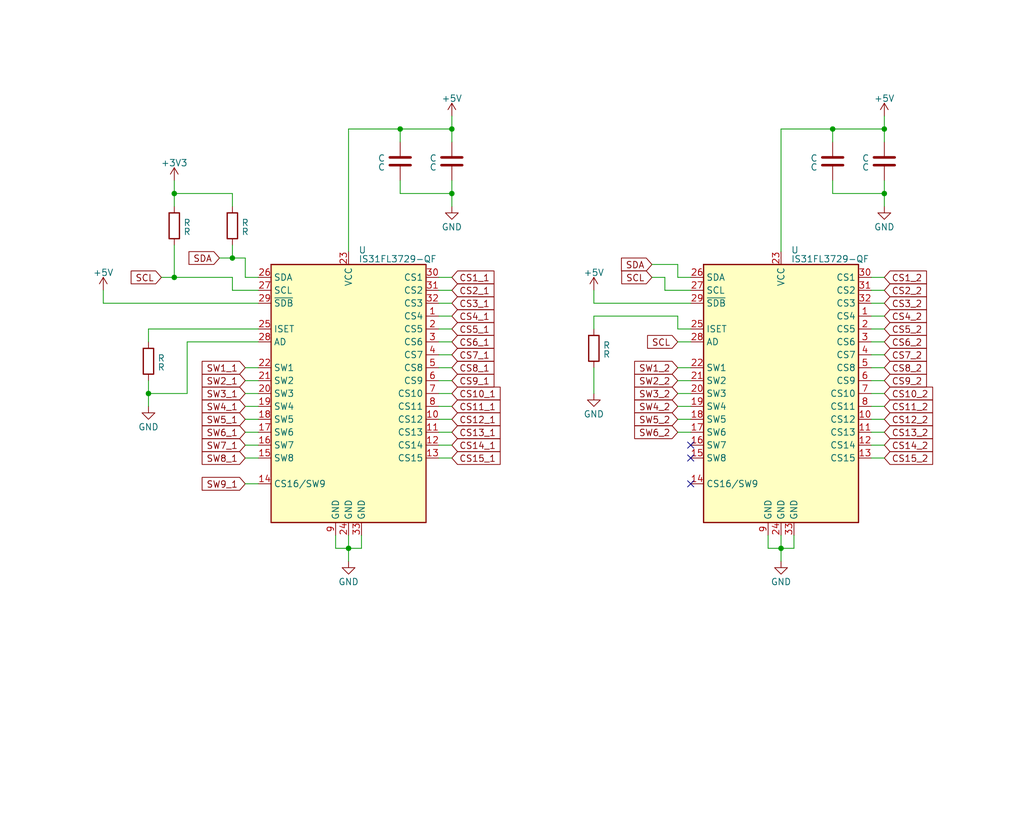
<source format=kicad_sch>
(kicad_sch (version 20220404) (generator eeschema)
  (paper "User" 201.498 164.998)
  (title_block (title "Nyx (RGB LED Drivers)") (date "2023-08-05") (rev "2") (comment 1 "Copyright © 2023 HorrorTroll") (comment 2 "GPL2 License"))
  (lib_symbols
    (symbol "Device:C" (pin_numbers hide) (pin_names (offset 0.254))
      (property "Reference" "C" (at 0.635 2.54 0))
      (property "Value" "C" (at 0.635 -2.54 0))
      (symbol "C_0_1"
        (polyline (pts (xy -2.032 -0.762) (xy 2.032 -0.762)) (stroke (width 0.508)))
        (polyline (pts (xy -2.032 0.762) (xy 2.032 0.762)) (stroke (width 0.508)))
      )
      (symbol "C_1_1"
        (pin passive line (at 0 3.81 270) (length 2.794) (name "~") (number "1"))
        (pin passive line (at 0 -3.81 90) (length 2.794) (name "~") (number "2"))
      )
    )
    (symbol "Device:R" (pin_numbers hide) (pin_names (offset 0))
      (property "Reference" "R" (at 2.032 0 90))
      (property "Value" "R" (at 0 0 90))
      (symbol "R_0_1"
        (rectangle (start -1.016 -2.54) (end 1.016 2.54) (stroke (width 0.254)))
      )
      (symbol "R_1_1"
        (pin passive line (at 0 3.81 270) (length 1.27) (name "~") (number "1"))
        (pin passive line (at 0 -3.81 90) (length 1.27) (name "~") (number "2"))
      )
    )
    (symbol "IS31FL3729-QF_1"
      (property "Reference" "U" (at 10.16 30.48 0))
      (property "Value" "IS31FL3729-QF_1" (at 10.16 27.94 0))
      (symbol "IS31FL3729-QF_1_0_1"
        (rectangle (start -15.24 25.4) (end 15.24 -25.4) (stroke (width 0.254)) (fill (type background)))
      )
      (symbol "IS31FL3729-QF_1_1_1"
        (pin output line (at 17.78 15.24 180) (length 2.54) (name "CS4") (number "1"))
        (pin output line (at 17.78 -5.08 180) (length 2.54) (name "CS12") (number "10"))
        (pin output line (at 17.78 -7.62 180) (length 2.54) (name "CS13") (number "11"))
        (pin output line (at 17.78 -10.16 180) (length 2.54) (name "CS14") (number "12"))
        (pin output line (at 17.78 -12.7 180) (length 2.54) (name "CS15") (number "13"))
        (pin output line (at -17.78 -17.78 0) (length 2.54) (name "CS16/SW9") (number "14"))
        (pin input line (at -17.78 -12.7 0) (length 2.54) (name "SW8") (number "15"))
        (pin input line (at -17.78 -10.16 0) (length 2.54) (name "SW7") (number "16"))
        (pin input line (at -17.78 -7.62 0) (length 2.54) (name "SW6") (number "17"))
        (pin input line (at -17.78 -5.08 0) (length 2.54) (name "SW5") (number "18"))
        (pin input line (at -17.78 -2.54 0) (length 2.54) (name "SW4") (number "19"))
        (pin output line (at 17.78 12.7 180) (length 2.54) (name "CS5") (number "2"))
        (pin input line (at -17.78 0 0) (length 2.54) (name "SW3") (number "20"))
        (pin input line (at -17.78 2.54 0) (length 2.54) (name "SW2") (number "21"))
        (pin input line (at -17.78 5.08 0) (length 2.54) (name "SW1") (number "22"))
        (pin power_in line (at 0 27.94 270) (length 2.54) (name "VCC") (number "23"))
        (pin power_in line (at 0 -27.94 90) (length 2.54) (name "GND") (number "24"))
        (pin passive line (at -17.78 12.7 0) (length 2.54) (name "ISET") (number "25"))
        (pin bidirectional line (at -17.78 22.86 0) (length 2.54) (name "SDA") (number "26"))
        (pin input line (at -17.78 20.32 0) (length 2.54) (name "SCL") (number "27"))
        (pin input line (at -17.78 10.16 0) (length 2.54) (name "AD") (number "28"))
        (pin input line (at -17.78 17.78 0) (length 2.54) (name "~{SDB}") (number "29"))
        (pin output line (at 17.78 10.16 180) (length 2.54) (name "CS6") (number "3"))
        (pin output line (at 17.78 22.86 180) (length 2.54) (name "CS1") (number "30"))
        (pin output line (at 17.78 20.32 180) (length 2.54) (name "CS2") (number "31"))
        (pin output line (at 17.78 17.78 180) (length 2.54) (name "CS3") (number "32"))
        (pin power_in line (at 2.54 -27.94 90) (length 2.54) (name "GND") (number "33"))
        (pin output line (at 17.78 7.62 180) (length 2.54) (name "CS7") (number "4"))
        (pin output line (at 17.78 5.08 180) (length 2.54) (name "CS8") (number "5"))
        (pin output line (at 17.78 2.54 180) (length 2.54) (name "CS9") (number "6"))
        (pin output line (at 17.78 0 180) (length 2.54) (name "CS10") (number "7"))
        (pin output line (at 17.78 -2.54 180) (length 2.54) (name "CS11") (number "8"))
        (pin power_in line (at -2.54 -27.94 90) (length 2.54) (name "GND") (number "9"))
      )
    )
    (symbol "horrortroll_lib:IS31FL3729-QF"
      (property "Reference" "U" (at 10.16 30.48 0))
      (property "Value" "IS31FL3729-QF" (at 10.16 27.94 0))
      (symbol "IS31FL3729-QF_0_1"
        (rectangle (start -15.24 25.4) (end 15.24 -25.4) (stroke (width 0.254)) (fill (type background)))
      )
      (symbol "IS31FL3729-QF_1_1"
        (pin output line (at 17.78 15.24 180) (length 2.54) (name "CS4") (number "1"))
        (pin output line (at 17.78 -5.08 180) (length 2.54) (name "CS12") (number "10"))
        (pin output line (at 17.78 -7.62 180) (length 2.54) (name "CS13") (number "11"))
        (pin output line (at 17.78 -10.16 180) (length 2.54) (name "CS14") (number "12"))
        (pin output line (at 17.78 -12.7 180) (length 2.54) (name "CS15") (number "13"))
        (pin output line (at -17.78 -17.78 0) (length 2.54) (name "CS16/SW9") (number "14"))
        (pin input line (at -17.78 -12.7 0) (length 2.54) (name "SW8") (number "15"))
        (pin input line (at -17.78 -10.16 0) (length 2.54) (name "SW7") (number "16"))
        (pin input line (at -17.78 -7.62 0) (length 2.54) (name "SW6") (number "17"))
        (pin input line (at -17.78 -5.08 0) (length 2.54) (name "SW5") (number "18"))
        (pin input line (at -17.78 -2.54 0) (length 2.54) (name "SW4") (number "19"))
        (pin output line (at 17.78 12.7 180) (length 2.54) (name "CS5") (number "2"))
        (pin input line (at -17.78 0 0) (length 2.54) (name "SW3") (number "20"))
        (pin input line (at -17.78 2.54 0) (length 2.54) (name "SW2") (number "21"))
        (pin input line (at -17.78 5.08 0) (length 2.54) (name "SW1") (number "22"))
        (pin power_in line (at 0 27.94 270) (length 2.54) (name "VCC") (number "23"))
        (pin power_in line (at 0 -27.94 90) (length 2.54) (name "GND") (number "24"))
        (pin passive line (at -17.78 12.7 0) (length 2.54) (name "ISET") (number "25"))
        (pin bidirectional line (at -17.78 22.86 0) (length 2.54) (name "SDA") (number "26"))
        (pin input line (at -17.78 20.32 0) (length 2.54) (name "SCL") (number "27"))
        (pin input line (at -17.78 10.16 0) (length 2.54) (name "AD") (number "28"))
        (pin input line (at -17.78 17.78 0) (length 2.54) (name "~{SDB}") (number "29"))
        (pin output line (at 17.78 10.16 180) (length 2.54) (name "CS6") (number "3"))
        (pin output line (at 17.78 22.86 180) (length 2.54) (name "CS1") (number "30"))
        (pin output line (at 17.78 20.32 180) (length 2.54) (name "CS2") (number "31"))
        (pin output line (at 17.78 17.78 180) (length 2.54) (name "CS3") (number "32"))
        (pin power_in line (at 2.54 -27.94 90) (length 2.54) (name "GND") (number "33"))
        (pin output line (at 17.78 7.62 180) (length 2.54) (name "CS7") (number "4"))
        (pin output line (at 17.78 5.08 180) (length 2.54) (name "CS8") (number "5"))
        (pin output line (at 17.78 2.54 180) (length 2.54) (name "CS9") (number "6"))
        (pin output line (at 17.78 0 180) (length 2.54) (name "CS10") (number "7"))
        (pin output line (at 17.78 -2.54 180) (length 2.54) (name "CS11") (number "8"))
        (pin power_in line (at -2.54 -27.94 90) (length 2.54) (name "GND") (number "9"))
      )
    )
    (symbol "power:+3V3" (power) (pin_names (offset 0))
      (property "Value" "+3V3" (at 0 3.556 0))
      (symbol "+3V3_0_1"
        (polyline (pts (xy -0.762 1.27) (xy 0 2.54)))
        (polyline (pts (xy 0 0) (xy 0 2.54)))
        (polyline (pts (xy 0 2.54) (xy 0.762 1.27)))
      )
      (symbol "+3V3_1_1"
        (pin power_in line (at 0 0 90) (length 0) hide (name "+3V3") (number "1"))
      )
    )
    (symbol "power:+5V" (power) (pin_names (offset 0))
      (property "Value" "+5V" (at 0 3.556 0))
      (symbol "+5V_0_1"
        (polyline (pts (xy -0.762 1.27) (xy 0 2.54)))
        (polyline (pts (xy 0 0) (xy 0 2.54)))
        (polyline (pts (xy 0 2.54) (xy 0.762 1.27)))
      )
      (symbol "+5V_1_1"
        (pin power_in line (at 0 0 90) (length 0) hide (name "+5V") (number "1"))
      )
    )
    (symbol "power:GND" (power) (pin_names (offset 0))
      (property "Value" "GND" (at 0 -3.81 0))
      (symbol "GND_0_1"
        (polyline (pts (xy 0 0) (xy 0 -1.27) (xy 1.27 -1.27) (xy 0 -2.54) (xy -1.27 -1.27) (xy 0 -1.27)))
      )
      (symbol "GND_1_1"
        (pin power_in line (at 0 0 270) (length 0) hide (name "GND") (number "1"))
      )
    )
  )
  (junction (at 88.9 38.1))
  (junction (at 78.74 25.4))
  (junction (at 34.29 54.61))
  (junction (at 173.99 38.1))
  (junction (at 29.21 77.47))
  (junction (at 88.9 25.4))
  (junction (at 153.67 107.95))
  (junction (at 45.72 50.8))
  (junction (at 68.58 107.95))
  (junction (at 173.99 25.4))
  (junction (at 163.83 25.4))
  (junction (at 34.29 38.1))
  (no_connect (at 135.89 87.63))
  (no_connect (at 135.89 95.25))
  (no_connect (at 135.89 90.17))
  (wire (pts (xy 31.75 54.61) (xy 34.29 54.61)))
  (wire (pts (xy 133.35 62.23) (xy 116.84 62.23)))
  (wire (pts (xy 86.36 57.15) (xy 88.9 57.15)))
  (wire (pts (xy 29.21 64.77) (xy 29.21 67.31)))
  (wire (pts (xy 86.36 59.69) (xy 88.9 59.69)))
  (wire (pts (xy 133.35 64.77) (xy 133.35 62.23)))
  (wire (pts (xy 50.8 80.01) (xy 48.26 80.01)))
  (wire (pts (xy 156.21 107.95) (xy 156.21 105.41)))
  (wire (pts (xy 171.45 87.63) (xy 173.99 87.63)))
  (wire (pts (xy 86.36 90.17) (xy 88.9 90.17)))
  (wire (pts (xy 163.83 25.4) (xy 173.99 25.4)))
  (wire (pts (xy 48.26 50.8) (xy 48.26 54.61)))
  (wire (pts (xy 78.74 25.4) (xy 78.74 27.94)))
  (wire (pts (xy 86.36 85.09) (xy 88.9 85.09)))
  (wire (pts (xy 163.83 25.4) (xy 163.83 27.94)))
  (wire (pts (xy 135.89 72.39) (xy 133.35 72.39)))
  (wire (pts (xy 116.84 62.23) (xy 116.84 64.77)))
  (wire (pts (xy 86.36 62.23) (xy 88.9 62.23)))
  (wire (pts (xy 45.72 48.26) (xy 45.72 50.8)))
  (wire (pts (xy 171.45 85.09) (xy 173.99 85.09)))
  (wire (pts (xy 171.45 82.55) (xy 173.99 82.55)))
  (wire (pts (xy 86.36 54.61) (xy 88.9 54.61)))
  (wire (pts (xy 29.21 74.93) (xy 29.21 77.47)))
  (wire (pts (xy 171.45 67.31) (xy 173.99 67.31)))
  (wire (pts (xy 153.67 25.4) (xy 153.67 49.53)))
  (wire (pts (xy 153.67 110.49) (xy 153.67 107.95)))
  (wire (pts (xy 116.84 57.15) (xy 116.84 59.69)))
  (wire (pts (xy 29.21 77.47) (xy 36.83 77.47)))
  (wire (pts (xy 171.45 90.17) (xy 173.99 90.17)))
  (wire (pts (xy 29.21 80.01) (xy 29.21 77.47)))
  (wire (pts (xy 34.29 38.1) (xy 34.29 40.64)))
  (wire (pts (xy 88.9 25.4) (xy 88.9 27.94)))
  (wire (pts (xy 86.36 74.93) (xy 88.9 74.93)))
  (wire (pts (xy 163.83 25.4) (xy 153.67 25.4)))
  (wire (pts (xy 50.8 90.17) (xy 48.26 90.17)))
  (wire (pts (xy 135.89 85.09) (xy 133.35 85.09)))
  (wire (pts (xy 171.45 64.77) (xy 173.99 64.77)))
  (wire (pts (xy 43.18 50.8) (xy 45.72 50.8)))
  (wire (pts (xy 153.67 107.95) (xy 156.21 107.95)))
  (wire (pts (xy 66.04 107.95) (xy 68.58 107.95)))
  (wire (pts (xy 153.67 105.41) (xy 153.67 107.95)))
  (wire (pts (xy 34.29 38.1) (xy 45.72 38.1)))
  (wire (pts (xy 45.72 54.61) (xy 45.72 57.15)))
  (wire (pts (xy 171.45 62.23) (xy 173.99 62.23)))
  (wire (pts (xy 171.45 54.61) (xy 173.99 54.61)))
  (wire (pts (xy 151.13 105.41) (xy 151.13 107.95)))
  (wire (pts (xy 133.35 64.77) (xy 135.89 64.77)))
  (wire (pts (xy 86.36 80.01) (xy 88.9 80.01)))
  (wire (pts (xy 151.13 107.95) (xy 153.67 107.95)))
  (wire (pts (xy 50.8 87.63) (xy 48.26 87.63)))
  (wire (pts (xy 133.35 67.31) (xy 135.89 67.31)))
  (wire (pts (xy 34.29 54.61) (xy 45.72 54.61)))
  (wire (pts (xy 86.36 67.31) (xy 88.9 67.31)))
  (wire (pts (xy 45.72 50.8) (xy 48.26 50.8)))
  (wire (pts (xy 163.83 38.1) (xy 173.99 38.1)))
  (wire (pts (xy 88.9 22.86) (xy 88.9 25.4)))
  (wire (pts (xy 171.45 74.93) (xy 173.99 74.93)))
  (wire (pts (xy 68.58 105.41) (xy 68.58 107.95)))
  (wire (pts (xy 20.32 57.15) (xy 20.32 59.69)))
  (wire (pts (xy 135.89 74.93) (xy 133.35 74.93)))
  (wire (pts (xy 135.89 80.01) (xy 133.35 80.01)))
  (wire (pts (xy 50.8 85.09) (xy 48.26 85.09)))
  (wire (pts (xy 50.8 67.31) (xy 36.83 67.31)))
  (wire (pts (xy 173.99 22.86) (xy 173.99 25.4)))
  (wire (pts (xy 173.99 38.1) (xy 173.99 35.56)))
  (wire (pts (xy 171.45 59.69) (xy 173.99 59.69)))
  (wire (pts (xy 171.45 69.85) (xy 173.99 69.85)))
  (wire (pts (xy 78.74 35.56) (xy 78.74 38.1)))
  (wire (pts (xy 135.89 82.55) (xy 133.35 82.55)))
  (wire (pts (xy 88.9 38.1) (xy 88.9 40.64)))
  (wire (pts (xy 173.99 38.1) (xy 173.99 40.64)))
  (wire (pts (xy 34.29 48.26) (xy 34.29 54.61)))
  (wire (pts (xy 86.36 69.85) (xy 88.9 69.85)))
  (wire (pts (xy 128.27 54.61) (xy 130.81 54.61)))
  (wire (pts (xy 45.72 38.1) (xy 45.72 40.64)))
  (wire (pts (xy 116.84 59.69) (xy 135.89 59.69)))
  (wire (pts (xy 68.58 25.4) (xy 68.58 49.53)))
  (wire (pts (xy 171.45 57.15) (xy 173.99 57.15)))
  (wire (pts (xy 128.27 52.07) (xy 133.35 52.07)))
  (wire (pts (xy 133.35 54.61) (xy 135.89 54.61)))
  (wire (pts (xy 36.83 67.31) (xy 36.83 77.47)))
  (wire (pts (xy 171.45 72.39) (xy 173.99 72.39)))
  (wire (pts (xy 171.45 77.47) (xy 173.99 77.47)))
  (wire (pts (xy 50.8 72.39) (xy 48.26 72.39)))
  (wire (pts (xy 86.36 82.55) (xy 88.9 82.55)))
  (wire (pts (xy 34.29 35.56) (xy 34.29 38.1)))
  (wire (pts (xy 135.89 77.47) (xy 133.35 77.47)))
  (wire (pts (xy 50.8 82.55) (xy 48.26 82.55)))
  (wire (pts (xy 130.81 57.15) (xy 135.89 57.15)))
  (wire (pts (xy 86.36 87.63) (xy 88.9 87.63)))
  (wire (pts (xy 66.04 105.41) (xy 66.04 107.95)))
  (wire (pts (xy 68.58 110.49) (xy 68.58 107.95)))
  (wire (pts (xy 48.26 54.61) (xy 50.8 54.61)))
  (wire (pts (xy 78.74 25.4) (xy 68.58 25.4)))
  (wire (pts (xy 20.32 59.69) (xy 50.8 59.69)))
  (wire (pts (xy 86.36 72.39) (xy 88.9 72.39)))
  (wire (pts (xy 171.45 80.01) (xy 173.99 80.01)))
  (wire (pts (xy 45.72 57.15) (xy 50.8 57.15)))
  (wire (pts (xy 163.83 35.56) (xy 163.83 38.1)))
  (wire (pts (xy 130.81 54.61) (xy 130.81 57.15)))
  (wire (pts (xy 78.74 25.4) (xy 88.9 25.4)))
  (wire (pts (xy 86.36 77.47) (xy 88.9 77.47)))
  (wire (pts (xy 50.8 74.93) (xy 48.26 74.93)))
  (wire (pts (xy 50.8 77.47) (xy 48.26 77.47)))
  (wire (pts (xy 173.99 25.4) (xy 173.99 27.94)))
  (wire (pts (xy 78.74 38.1) (xy 88.9 38.1)))
  (wire (pts (xy 116.84 72.39) (xy 116.84 77.47)))
  (wire (pts (xy 86.36 64.77) (xy 88.9 64.77)))
  (wire (pts (xy 71.12 107.95) (xy 71.12 105.41)))
  (wire (pts (xy 68.58 107.95) (xy 71.12 107.95)))
  (wire (pts (xy 50.8 64.77) (xy 29.21 64.77)))
  (wire (pts (xy 50.8 95.25) (xy 48.26 95.25)))
  (wire (pts (xy 88.9 38.1) (xy 88.9 35.56)))
  (wire (pts (xy 133.35 52.07) (xy 133.35 54.61)))
  (global_label "SW2_2" (shape input) (at 133.35 74.93 180) (property "Intersheetrefs" "${INTERSHEET_REFS}" (effects hide)))
  (global_label "SW5_2" (shape input) (at 133.35 82.55 180) (property "Intersheetrefs" "${INTERSHEET_REFS}" (effects hide)))
  (global_label "SW1_1" (shape input) (at 48.26 72.39 180) (property "Intersheetrefs" "${INTERSHEET_REFS}" (effects hide)))
  (global_label "SDA" (shape input) (at 128.27 52.07 180) (property "Intersheetrefs" "${INTERSHEET_REFS}" (effects hide)))
  (global_label "CS8_1" (shape input) (at 88.9 72.39 0) (property "Intersheetrefs" "${INTERSHEET_REFS}" (effects hide)))
  (global_label "CS4_1" (shape input) (at 88.9 62.23 0) (property "Intersheetrefs" "${INTERSHEET_REFS}" (effects hide)))
  (global_label "CS2_1" (shape input) (at 88.9 57.15 0) (property "Intersheetrefs" "${INTERSHEET_REFS}" (effects hide)))
  (global_label "SW6_2" (shape input) (at 133.35 85.09 180) (property "Intersheetrefs" "${INTERSHEET_REFS}" (effects hide)))
  (global_label "CS11_2" (shape input) (at 173.99 80.01 0) (property "Intersheetrefs" "${INTERSHEET_REFS}" (effects hide)))
  (global_label "CS10_1" (shape input) (at 88.9 77.47 0) (property "Intersheetrefs" "${INTERSHEET_REFS}" (effects hide)))
  (global_label "CS1_1" (shape input) (at 88.9 54.61 0) (property "Intersheetrefs" "${INTERSHEET_REFS}" (effects hide)))
  (global_label "CS3_2" (shape input) (at 173.99 59.69 0) (property "Intersheetrefs" "${INTERSHEET_REFS}" (effects hide)))
  (global_label "CS12_1" (shape input) (at 88.9 82.55 0) (property "Intersheetrefs" "${INTERSHEET_REFS}" (effects hide)))
  (global_label "CS4_2" (shape input) (at 173.99 62.23 0) (property "Intersheetrefs" "${INTERSHEET_REFS}" (effects hide)))
  (global_label "CS9_2" (shape input) (at 173.99 74.93 0) (property "Intersheetrefs" "${INTERSHEET_REFS}" (effects hide)))
  (global_label "SW5_1" (shape input) (at 48.26 82.55 180) (property "Intersheetrefs" "${INTERSHEET_REFS}" (effects hide)))
  (global_label "CS14_1" (shape input) (at 88.9 87.63 0) (property "Intersheetrefs" "${INTERSHEET_REFS}" (effects hide)))
  (global_label "SW8_1" (shape input) (at 48.26 90.17 180) (property "Intersheetrefs" "${INTERSHEET_REFS}" (effects hide)))
  (global_label "CS3_1" (shape input) (at 88.9 59.69 0) (property "Intersheetrefs" "${INTERSHEET_REFS}" (effects hide)))
  (global_label "CS13_1" (shape input) (at 88.9 85.09 0) (property "Intersheetrefs" "${INTERSHEET_REFS}" (effects hide)))
  (global_label "CS10_2" (shape input) (at 173.99 77.47 0) (property "Intersheetrefs" "${INTERSHEET_REFS}" (effects hide)))
  (global_label "SCL" (shape input) (at 133.35 67.31 180) (property "Intersheetrefs" "${INTERSHEET_REFS}" (effects hide)))
  (global_label "CS11_1" (shape input) (at 88.9 80.01 0) (property "Intersheetrefs" "${INTERSHEET_REFS}" (effects hide)))
  (global_label "CS7_1" (shape input) (at 88.9 69.85 0) (property "Intersheetrefs" "${INTERSHEET_REFS}" (effects hide)))
  (global_label "SW3_2" (shape input) (at 133.35 77.47 180) (property "Intersheetrefs" "${INTERSHEET_REFS}" (effects hide)))
  (global_label "CS15_1" (shape input) (at 88.9 90.17 0) (property "Intersheetrefs" "${INTERSHEET_REFS}" (effects hide)))
  (global_label "CS15_2" (shape input) (at 173.99 90.17 0) (property "Intersheetrefs" "${INTERSHEET_REFS}" (effects hide)))
  (global_label "CS6_1" (shape input) (at 88.9 67.31 0) (property "Intersheetrefs" "${INTERSHEET_REFS}" (effects hide)))
  (global_label "SDA" (shape input) (at 43.18 50.8 180) (property "Intersheetrefs" "${INTERSHEET_REFS}" (effects hide)))
  (global_label "CS6_2" (shape input) (at 173.99 67.31 0) (property "Intersheetrefs" "${INTERSHEET_REFS}" (effects hide)))
  (global_label "SW1_2" (shape input) (at 133.35 72.39 180) (property "Intersheetrefs" "${INTERSHEET_REFS}" (effects hide)))
  (global_label "SW9_1" (shape input) (at 48.26 95.25 180) (property "Intersheetrefs" "${INTERSHEET_REFS}" (effects hide)))
  (global_label "SW4_2" (shape input) (at 133.35 80.01 180) (property "Intersheetrefs" "${INTERSHEET_REFS}" (effects hide)))
  (global_label "SW4_1" (shape input) (at 48.26 80.01 180) (property "Intersheetrefs" "${INTERSHEET_REFS}" (effects hide)))
  (global_label "CS14_2" (shape input) (at 173.99 87.63 0) (property "Intersheetrefs" "${INTERSHEET_REFS}" (effects hide)))
  (global_label "CS13_2" (shape input) (at 173.99 85.09 0) (property "Intersheetrefs" "${INTERSHEET_REFS}" (effects hide)))
  (global_label "CS8_2" (shape input) (at 173.99 72.39 0) (property "Intersheetrefs" "${INTERSHEET_REFS}" (effects hide)))
  (global_label "SW6_1" (shape input) (at 48.26 85.09 180) (property "Intersheetrefs" "${INTERSHEET_REFS}" (effects hide)))
  (global_label "SW2_1" (shape input) (at 48.26 74.93 180) (property "Intersheetrefs" "${INTERSHEET_REFS}" (effects hide)))
  (global_label "CS5_2" (shape input) (at 173.99 64.77 0) (property "Intersheetrefs" "${INTERSHEET_REFS}" (effects hide)))
  (global_label "SCL" (shape input) (at 31.75 54.61 180) (property "Intersheetrefs" "${INTERSHEET_REFS}" (effects hide)))
  (global_label "CS7_2" (shape input) (at 173.99 69.85 0) (property "Intersheetrefs" "${INTERSHEET_REFS}" (effects hide)))
  (global_label "CS12_2" (shape input) (at 173.99 82.55 0) (property "Intersheetrefs" "${INTERSHEET_REFS}" (effects hide)))
  (global_label "CS1_2" (shape input) (at 173.99 54.61 0) (property "Intersheetrefs" "${INTERSHEET_REFS}" (effects hide)))
  (global_label "CS2_2" (shape input) (at 173.99 57.15 0) (property "Intersheetrefs" "${INTERSHEET_REFS}" (effects hide)))
  (global_label "CS5_1" (shape input) (at 88.9 64.77 0) (property "Intersheetrefs" "${INTERSHEET_REFS}" (effects hide)))
  (global_label "SW7_1" (shape input) (at 48.26 87.63 180) (property "Intersheetrefs" "${INTERSHEET_REFS}" (effects hide)))
  (global_label "SCL" (shape input) (at 128.27 54.61 180) (property "Intersheetrefs" "${INTERSHEET_REFS}" (effects hide)))
  (global_label "CS9_1" (shape input) (at 88.9 74.93 0) (property "Intersheetrefs" "${INTERSHEET_REFS}" (effects hide)))
  (global_label "SW3_1" (shape input) (at 48.26 77.47 180) (property "Intersheetrefs" "${INTERSHEET_REFS}" (effects hide)))
  (symbol (lib_id "power:+5V") (at 88.9 22.86 0) (mirror y) (unit 1)
    (default_instance (reference "#PWR") (unit 1) (value "+5V") (footprint ""))
    (property "Reference" "#PWR" (effects hide))
    (property "Value" "+5V" (at 88.9 19.3771 0))
  )
  (symbol (lib_id "power:GND") (at 29.21 80.01 0) (unit 1)
    (default_instance (reference "#PWR") (unit 1) (value "GND") (footprint ""))
    (property "Reference" "#PWR" (effects hide))
    (property "Value" "GND" (at 29.21 84.0661 0))
  )
  (symbol (lib_id "power:+5V") (at 173.99 22.86 0) (mirror y) (unit 1)
    (default_instance (reference "#PWR") (unit 1) (value "+5V") (footprint ""))
    (property "Reference" "#PWR" (effects hide))
    (property "Value" "+5V" (at 173.99 19.3771 0))
  )
  (symbol (lib_id "power:GND") (at 68.58 110.49 0) (unit 1)
    (default_instance (reference "#PWR") (unit 1) (value "GND") (footprint ""))
    (property "Reference" "#PWR" (effects hide))
    (property "Value" "GND" (at 68.58 114.5461 0))
  )
  (symbol (lib_id "power:+5V") (at 20.32 57.15 0) (mirror y) (unit 1)
    (default_instance (reference "#PWR") (unit 1) (value "+5V") (footprint ""))
    (property "Reference" "#PWR" (effects hide))
    (property "Value" "+5V" (at 20.32 53.6671 0))
  )
  (symbol (lib_id "power:GND") (at 88.9 40.64 0) (mirror y) (unit 1)
    (default_instance (reference "#PWR") (unit 1) (value "GND") (footprint ""))
    (property "Reference" "#PWR" (effects hide))
    (property "Value" "GND" (at 88.9 44.6961 0))
  )
  (symbol (lib_id "horrortroll_lib:IS31FL3729-QF") (at 68.58 77.47 0) (unit 1)
    (default_instance (reference "U") (unit 1) (value "IS31FL3729-QF") (footprint "Package_DFN_QFN:QFN-32-1EP_4x4mm_P0.4mm_EP2.9x2.9mm_ThermalVias"))
    (property "Reference" "U" (at 70.5359 49.2379 0) (effects (justify left)))
    (property "Value" "IS31FL3729-QF" (at 70.5359 51.0001 0) (effects (justify left)))
    (property "Footprint" "Package_DFN_QFN:QFN-32-1EP_4x4mm_P0.4mm_EP2.9x2.9mm_ThermalVias" (effects hide))
    (property "Datasheet" "https://www.lumissil.com/assets/pdf/core/IS31FL3729_DS.pdf" (effects hide))
    (property "LCSC Part Number" "C2940549" (effects hide))
  )
  (symbol (lib_id "Device:C") (at 173.99 31.75 0) (mirror y) (unit 1)
    (default_instance (reference "C") (unit 1) (value "C") (footprint ""))
    (property "Reference" "C" (at 171.069 31.1555 0) (effects (justify left)))
    (property "Value" "C" (at 171.069 32.9177 0) (effects (justify left)))
    (property "LCSC Part Number" "C52923" (effects hide))
  )
  (symbol (lib_id "Device:R") (at 45.72 44.45 0) (unit 1)
    (default_instance (reference "R") (unit 1) (value "R") (footprint ""))
    (property "Reference" "R" (at 47.498 43.8555 0) (effects (justify left)))
    (property "Value" "R" (at 47.498 45.6177 0) (effects (justify left)))
    (property "LCSC Part Number" "C25900" (effects hide))
  )
  (symbol (lib_id "power:+3V3") (at 34.29 35.56 0) (unit 1)
    (default_instance (reference "#PWR") (unit 1) (value "+3V3") (footprint ""))
    (property "Reference" "#PWR" (effects hide))
    (property "Value" "+3V3" (at 34.29 32.0771 0))
  )
  (symbol (lib_id "Device:C") (at 88.9 31.75 0) (mirror y) (unit 1)
    (default_instance (reference "C") (unit 1) (value "C") (footprint ""))
    (property "Reference" "C" (at 85.979 31.1555 0) (effects (justify left)))
    (property "Value" "C" (at 85.979 32.9177 0) (effects (justify left)))
    (property "LCSC Part Number" "C52923" (effects hide))
  )
  (symbol (lib_id "Device:R") (at 29.21 71.12 0) (unit 1)
    (default_instance (reference "R") (unit 1) (value "R") (footprint ""))
    (property "Reference" "R" (at 30.988 70.5255 0) (effects (justify left)))
    (property "Value" "R" (at 30.988 72.2877 0) (effects (justify left)))
    (property "LCSC Part Number" "C25744" (effects hide))
  )
  (symbol (lib_id "power:GND") (at 116.84 77.47 0) (unit 1)
    (default_instance (reference "#PWR") (unit 1) (value "GND") (footprint ""))
    (property "Reference" "#PWR" (effects hide))
    (property "Value" "GND" (at 116.84 81.5261 0))
  )
  (symbol (lib_id "Device:R") (at 34.29 44.45 0) (unit 1)
    (default_instance (reference "R") (unit 1) (value "R") (footprint ""))
    (property "Reference" "R" (at 36.068 43.8555 0) (effects (justify left)))
    (property "Value" "R" (at 36.068 45.6177 0) (effects (justify left)))
    (property "LCSC Part Number" "C25900" (effects hide))
  )
  (symbol (lib_id "Device:R") (at 116.84 68.58 0) (unit 1)
    (default_instance (reference "R") (unit 1) (value "R") (footprint ""))
    (property "Reference" "R" (at 118.618 67.9855 0) (effects (justify left)))
    (property "Value" "R" (at 118.618 69.7477 0) (effects (justify left)))
    (property "LCSC Part Number" "C25744" (effects hide))
  )
  (symbol (lib_id "power:+5V") (at 116.84 57.15 0) (mirror y) (unit 1)
    (default_instance (reference "#PWR") (unit 1) (value "+5V") (footprint ""))
    (property "Reference" "#PWR" (effects hide))
    (property "Value" "+5V" (at 116.84 53.6671 0))
  )
  (symbol (lib_name "IS31FL3729-QF_1") (lib_id "horrortroll_lib:IS31FL3729-QF") (at 153.67 77.47 0) (unit 1)
    (default_instance (reference "U") (unit 1) (value "IS31FL3729-QF") (footprint "Package_DFN_QFN:QFN-32-1EP_4x4mm_P0.4mm_EP2.9x2.9mm_ThermalVias"))
    (property "Reference" "U" (at 155.6259 49.2379 0) (effects (justify left)))
    (property "Value" "IS31FL3729-QF" (at 155.6259 51.0001 0) (effects (justify left)))
    (property "Footprint" "Package_DFN_QFN:QFN-32-1EP_4x4mm_P0.4mm_EP2.9x2.9mm_ThermalVias" (effects hide))
    (property "Datasheet" "https://www.lumissil.com/assets/pdf/core/IS31FL3729_DS.pdf" (effects hide))
    (property "LCSC Part Number" "C2940549" (effects hide))
  )
  (symbol (lib_id "Device:C") (at 78.74 31.75 0) (mirror y) (unit 1)
    (default_instance (reference "C") (unit 1) (value "C") (footprint ""))
    (property "Reference" "C" (at 75.819 31.1555 0) (effects (justify left)))
    (property "Value" "C" (at 75.819 32.9177 0) (effects (justify left)))
    (property "LCSC Part Number" "C307331" (effects hide))
  )
  (symbol (lib_id "power:GND") (at 173.99 40.64 0) (mirror y) (unit 1)
    (default_instance (reference "#PWR") (unit 1) (value "GND") (footprint ""))
    (property "Reference" "#PWR" (effects hide))
    (property "Value" "GND" (at 173.99 44.6961 0))
  )
  (symbol (lib_id "Device:C") (at 163.83 31.75 0) (mirror y) (unit 1)
    (default_instance (reference "C") (unit 1) (value "C") (footprint ""))
    (property "Reference" "C" (at 160.909 31.1555 0) (effects (justify left)))
    (property "Value" "C" (at 160.909 32.9177 0) (effects (justify left)))
    (property "LCSC Part Number" "C307331" (effects hide))
  )
  (symbol (lib_id "power:GND") (at 153.67 110.49 0) (unit 1)
    (default_instance (reference "#PWR") (unit 1) (value "GND") (footprint ""))
    (property "Reference" "#PWR" (effects hide))
    (property "Value" "GND" (at 153.67 114.5461 0))
  )
)
</source>
